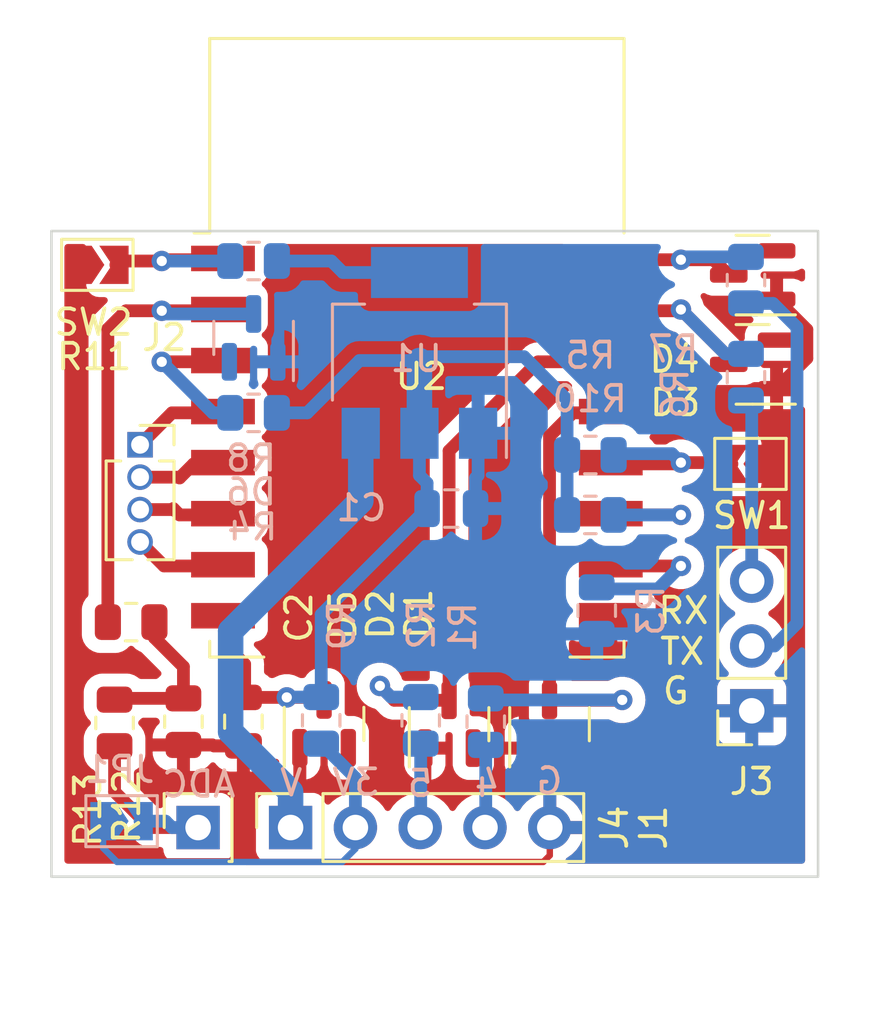
<source format=kicad_pcb>
(kicad_pcb (version 20211014) (generator pcbnew)
  (layers (0 "F.Cu" signal) (31 "B.Cu" signal) (34 "B.Paste" user) (35 "F.Paste" user) (36 "B.SilkS" user "B.Silkscreen") (37 "F.SilkS" user "F.Silkscreen") (38 "B.Mask" user) (39 "F.Mask" user) (44 "Edge.Cuts" user))
  (net 0 "")
  (net 1 "GND")
  (net 3 "SWCLK")
  (net 5 "SWDIO")
  (net 7 "RX")
  (net 9 "TX")
  (net 11 "3V3")
  (net 13 "ADC")
  (net 14 "3V3_IN")
  (net 15 "SWDIO_IN")
  (net 16 "SWCLK_IN")
  (net 17 "RX_IN")
  (net 18 "TX_IN")
  (net 19 "ADC_IN")
  (net 20 "GPIO15")
  (net 21 "ENABLE")
  (net 22 "GPIO0")
  (net 23 "RESET")
  (net 24 "GPIO2")
  (net 25 "VIN")
  (net 26 "GPIO16")
  (net 27 "GPIO14")
  (net 28 "GPIO12")
  (net 29 "GPIO13")
  (net 30 "Net-(R11-Pad2)")
  (footprint "Package_TO_SOT_SMD:SOT-23" (layer "F.Cu") (at 80.3625 28.95 180)
    (fp_text reference "D4" (at 3.0625 -3.3) (layer "F.SilkS"))
    (fp_text value "BZX84Cxx")
    (fp_line (start 0 1.56) (end -0.65 1.56) (layer "F.SilkS") (width 0.12))
    (fp_line (start 0 1.56) (end 0.65 1.56) (layer "F.SilkS") (width 0.12))
    (fp_line (start 0 -1.56) (end 0.65 -1.56) (layer "F.SilkS") (width 0.12))
    (fp_line (start 0 -1.56) (end -1.675 -1.56) (layer "F.SilkS") (width 0.12))
    (pad "1" smd roundrect (at -0.9375 -0.95 180) (size 1.475 0.6) (layers "F.Cu" "F.Paste" "F.Mask") (net 1 "GND"))
    (pad "2" smd roundrect (at -0.9375 0.95 180) (size 1.475 0.6) (layers "F.Cu" "F.Paste" "F.Mask"))
    (pad "3" smd roundrect (at 0.9375 0 180) (size 1.475 0.6) (layers "F.Cu" "F.Paste" "F.Mask") (net 9 "TX"))
  )
  (footprint "Jumper:SolderJumper-2_P1.3mm_Open_TrianglePad1.0x1.5mm" (layer "F.Cu") (at 80.275 36.35 180)
    (fp_text reference "SW1" (at -0.05 -2.025) (layer "F.SilkS"))
    (fp_text value "SW_DOWNLOAD")
    (fp_line (start 1.4 1) (end -1.4 1) (layer "F.SilkS") (width 0.12))
    (fp_line (start -1.4 -1) (end 1.4 -1) (layer "F.SilkS") (width 0.12))
    (fp_line (start -1.4 1) (end -1.4 -1) (layer "F.SilkS") (width 0.12))
    (fp_line (start 1.4 -1) (end 1.4 1) (layer "F.SilkS") (width 0.12))
    (pad "1" smd custom (at -0.725 0 180) (size 0.3 0.3) (layers "F.Cu" "F.Mask") (net 1 "GND") (options (clearance outline) (anchor rect)) (primitives (gr_poly (pts (xy 1 0) (xy 0.5 0.75) (xy -0.5 0.75) (xy -0.5 -0.75) (xy 0.5 -0.75)) (width 0) (fill yes))))
    (pad "2" smd custom (at 0.725 0 180) (size 0.3 0.3) (layers "F.Cu" "F.Mask") (net 22 "GPIO0") (options (clearance outline) (anchor rect)) (primitives (gr_poly (pts (xy 0.5 0.75) (xy -0.65 0.75) (xy -0.15 0) (xy -0.65 -0.75) (xy 0.5 -0.75)) (width 0) (fill yes))))
  )
  (footprint "Connector_PinSocket_1.27mm:PinSocket_1x04_P1.27mm_Vertical" (layer "F.Cu") (at 56.35 35.6)
    (fp_text reference "J2" (at 0.95 -4.2) (layer "F.SilkS"))
    (fp_text value "Conn_EXTRA")
    (fp_line (start 0 -0.76) (end 1.33 -0.76) (layer "F.SilkS") (width 0.12))
    (fp_line (start 1.33 -0.76) (end 1.33 0) (layer "F.SilkS") (width 0.12))
    (fp_line (start -1.33 0.635) (end -0.76 0.635) (layer "F.SilkS") (width 0.12))
    (fp_line (start 1.33 0.635) (end 1.33 4.505) (layer "F.SilkS") (width 0.12))
    (fp_line (start 0.76 0.635) (end 1.33 0.635) (layer "F.SilkS") (width 0.12))
    (fp_line (start -1.33 0.635) (end -1.33 4.505) (layer "F.SilkS") (width 0.12))
    (fp_line (start -1.33 4.505) (end -0.30753 4.505) (layer "F.SilkS") (width 0.12))
    (fp_line (start 0.30753 4.505) (end 1.33 4.505) (layer "F.SilkS") (width 0.12))
    (pad "1" thru_hole rect (at 0 0) (size 1 1) (drill 0.7) (layers *.Cu *.Mask) (net 26 "GPIO16"))
    (pad "2" thru_hole oval (at 0 1.27) (size 1 1) (drill 0.7) (layers *.Cu *.Mask) (net 27 "GPIO14"))
    (pad "3" thru_hole oval (at 0 2.54) (size 1 1) (drill 0.7) (layers *.Cu *.Mask) (net 28 "GPIO12"))
    (pad "4" thru_hole oval (at 0 3.81) (size 1 1) (drill 0.7) (layers *.Cu *.Mask) (net 29 "GPIO13"))
  )
  (footprint "Package_TO_SOT_SMD:SOT-23" (layer "F.Cu") (at 80.3625 32.45 180)
    (fp_text reference "D3" (at 3.0375 -1.5) (layer "F.SilkS"))
    (fp_text value "BZX84Cxx")
    (fp_line (start 0 -1.56) (end -1.675 -1.56) (layer "F.SilkS") (width 0.12))
    (fp_line (start 0 -1.56) (end 0.65 -1.56) (layer "F.SilkS") (width 0.12))
    (fp_line (start 0 1.56) (end 0.65 1.56) (layer "F.SilkS") (width 0.12))
    (fp_line (start 0 1.56) (end -0.65 1.56) (layer "F.SilkS") (width 0.12))
    (pad "1" smd roundrect (at -0.9375 -0.95 180) (size 1.475 0.6) (layers "F.Cu" "F.Paste" "F.Mask") (net 1 "GND"))
    (pad "2" smd roundrect (at -0.9375 0.95 180) (size 1.475 0.6) (layers "F.Cu" "F.Paste" "F.Mask"))
    (pad "3" smd roundrect (at 0.9375 0 180) (size 1.475 0.6) (layers "F.Cu" "F.Paste" "F.Mask") (net 7 "RX"))
  )
  (footprint "Package_TO_SOT_SMD:SOT-23" (layer "F.Cu") (at 63.5625 46.5375 90)
    (fp_text reference "D5" (at 4.2625 0.7375 90) (layer "F.SilkS"))
    (fp_text value "BZX84Cxx")
    (fp_line (start 0 -1.56) (end -1.675 -1.56) (layer "F.SilkS") (width 0.12))
    (fp_line (start 0 -1.56) (end 0.65 -1.56) (layer "F.SilkS") (width 0.12))
    (fp_line (start 0 1.56) (end -0.65 1.56) (layer "F.SilkS") (width 0.12))
    (fp_line (start 0 1.56) (end 0.65 1.56) (layer "F.SilkS") (width 0.12))
    (pad "1" smd roundrect (at -0.9375 -0.95 90) (size 1.475 0.6) (layers "F.Cu" "F.Paste" "F.Mask") (net 1 "GND"))
    (pad "2" smd roundrect (at -0.9375 0.95 90) (size 1.475 0.6) (layers "F.Cu" "F.Paste" "F.Mask"))
    (pad "3" smd roundrect (at 0.9375 0 90) (size 1.475 0.6) (layers "F.Cu" "F.Paste" "F.Mask") (net 11 "3V3"))
  )
  (footprint "Jumper:SolderJumper-2_P1.3mm_Open_TrianglePad1.0x1.5mm" (layer "F.Cu") (at 54.675 28.55)
    (fp_text reference "SW2" (at -0.15 2.25) (layer "F.SilkS"))
    (fp_text value "SW_RESET")
    (fp_line (start -1.4 1) (end -1.4 -1) (layer "F.SilkS") (width 0.12))
    (fp_line (start 1.4 -1) (end 1.4 1) (layer "F.SilkS") (width 0.12))
    (fp_line (start -1.4 -1) (end 1.4 -1) (layer "F.SilkS") (width 0.12))
    (fp_line (start 1.4 1) (end -1.4 1) (layer "F.SilkS") (width 0.12))
    (pad "1" smd custom (at -0.725 0) (size 0.3 0.3) (layers "F.Cu" "F.Mask") (net 1 "GND") (options (clearance outline) (anchor rect)) (primitives (gr_poly (pts (xy 1 0) (xy 0.5 0.75) (xy -0.5 0.75) (xy -0.5 -0.75) (xy 0.5 -0.75)) (width 0) (fill yes))))
    (pad "2" smd custom (at 0.725 0) (size 0.3 0.3) (layers "F.Cu" "F.Mask") (net 23 "RESET") (options (clearance outline) (anchor rect)) (primitives (gr_poly (pts (xy 0.5 0.75) (xy -0.65 0.75) (xy -0.15 0) (xy -0.65 -0.75) (xy 0.5 -0.75)) (width 0) (fill yes))))
  )
  (footprint "Connector_PinSocket_2.54mm:PinSocket_1x05_P2.54mm_Vertical" (layer "F.Cu") (at 62.25 50.6 90)
    (fp_text reference "J1" (at 0 14.225 90) (layer "F.SilkS"))
    (fp_text value "Conn_SWD")
    (fp_line (start 1.33 1.27) (end 1.33 11.49) (layer "F.SilkS") (width 0.12))
    (fp_line (start 0 -1.33) (end 1.33 -1.33) (layer "F.SilkS") (width 0.12))
    (fp_line (start -1.33 11.49) (end 1.33 11.49) (layer "F.SilkS") (width 0.12))
    (fp_line (start 1.33 -1.33) (end 1.33 0) (layer "F.SilkS") (width 0.12))
    (fp_line (start -1.33 1.27) (end -1.33 11.49) (layer "F.SilkS") (width 0.12))
    (fp_line (start -1.33 1.27) (end 1.33 1.27) (layer "F.SilkS") (width 0.12))
    (pad "1" thru_hole rect (at 0 0 90) (size 1.7 1.7) (drill 1) (layers *.Cu *.Mask) (net 25 "VIN"))
    (pad "2" thru_hole oval (at 0 2.54 90) (size 1.7 1.7) (drill 1) (layers *.Cu *.Mask) (net 14 "3V3_IN"))
    (pad "3" thru_hole oval (at 0 5.08 90) (size 1.7 1.7) (drill 1) (layers *.Cu *.Mask) (net 15 "SWDIO_IN"))
    (pad "4" thru_hole oval (at 0 7.62 90) (size 1.7 1.7) (drill 1) (layers *.Cu *.Mask) (net 16 "SWCLK_IN"))
    (pad "5" thru_hole oval (at 0 10.16 90) (size 1.7 1.7) (drill 1) (layers *.Cu *.Mask) (net 1 "GND"))
  )
  (footprint "Resistor_SMD:R_0805_2012Metric" (layer "F.Cu") (at 58.05 46.45 90)
    (fp_text reference "R12" (at -3.325 -2.225 90) (layer "F.SilkS"))
    (fp_text value "20k")
    (fp_line (start -0.227064 0.735) (end 0.227064 0.735) (layer "F.SilkS") (width 0.12))
    (fp_line (start -0.227064 -0.735) (end 0.227064 -0.735) (layer "F.SilkS") (width 0.12))
    (pad "1" smd roundrect (at -0.9125 0 90) (size 1.025 1.4) (layers "F.Cu" "F.Paste" "F.Mask") (roundrect_rratio 0.243902439) (net 1 "GND"))
    (pad "2" smd roundrect (at 0.9125 0 90) (size 1.025 1.4) (layers "F.Cu" "F.Paste" "F.Mask") (roundrect_rratio 0.243902439) (net 30 "Net-(R11-Pad2)"))
  )
  (footprint "Connector_PinSocket_2.54mm:PinSocket_1x03_P2.54mm_Vertical" (layer "F.Cu") (at 80.325 46.025 180)
    (fp_text reference "J3" (at 0 -2.77) (layer "F.SilkS"))
    (fp_text value "Conn_UART")
    (fp_line (start -1.33 1.27) (end 1.33 1.27) (layer "F.SilkS") (width 0.12))
    (fp_line (start -1.33 6.41) (end 1.33 6.41) (layer "F.SilkS") (width 0.12))
    (fp_line (start 1.33 1.27) (end 1.33 6.41) (layer "F.SilkS") (width 0.12))
    (fp_line (start 0 -1.33) (end 1.33 -1.33) (layer "F.SilkS") (width 0.12))
    (fp_line (start -1.33 1.27) (end -1.33 6.41) (layer "F.SilkS") (width 0.12))
    (fp_line (start 1.33 -1.33) (end 1.33 0) (layer "F.SilkS") (width 0.12))
    (pad "1" thru_hole rect (at 0 0 180) (size 1.7 1.7) (drill 1) (layers *.Cu *.Mask) (net 1 "GND"))
    (pad "2" thru_hole oval (at 0 2.54 180) (size 1.7 1.7) (drill 1) (layers *.Cu *.Mask) (net 18 "TX_IN"))
    (pad "3" thru_hole oval (at 0 5.08 180) (size 1.7 1.7) (drill 1) (layers *.Cu *.Mask) (net 17 "RX_IN"))
  )
  (footprint "Package_TO_SOT_SMD:SOT-23" (layer "F.Cu") (at 68.4625 46.55 90)
    (fp_text reference "D2" (at 4.3 -2.6875 90) (layer "F.SilkS"))
    (fp_text value "BZX84Cxx")
    (fp_line (start 0 1.56) (end -0.65 1.56) (layer "F.SilkS") (width 0.12))
    (fp_line (start 0 1.56) (end 0.65 1.56) (layer "F.SilkS") (width 0.12))
    (fp_line (start 0 -1.56) (end 0.65 -1.56) (layer "F.SilkS") (width 0.12))
    (fp_line (start 0 -1.56) (end -1.675 -1.56) (layer "F.SilkS") (width 0.12))
    (pad "1" smd roundrect (at -0.9375 -0.95 90) (size 1.475 0.6) (layers "F.Cu" "F.Paste" "F.Mask") (net 1 "GND"))
    (pad "2" smd roundrect (at -0.9375 0.95 90) (size 1.475 0.6) (layers "F.Cu" "F.Paste" "F.Mask"))
    (pad "3" smd roundrect (at 0.9375 0 90) (size 1.475 0.6) (layers "F.Cu" "F.Paste" "F.Mask") (net 5 "SWDIO"))
  )
  (footprint "Connector_PinSocket_2.54mm:PinSocket_1x01_P2.54mm_Vertical" (layer "F.Cu") (at 58.625 50.6 90)
    (fp_text reference "J4" (at 0 16.325 90) (layer "F.SilkS"))
    (fp_text value "Conn_01x01_Female")
    (fp_line (start 0 -1.33) (end 1.33 -1.33) (layer "F.SilkS") (width 0.12))
    (fp_line (start -1.33 1.21) (end -1.33 1.33) (layer "F.SilkS") (width 0.12))
    (fp_line (start 1.33 -1.33) (end 1.33 0) (layer "F.SilkS") (width 0.12))
    (fp_line (start -1.33 1.33) (end 1.33 1.33) (layer "F.SilkS") (width 0.12))
    (fp_line (start 1.33 1.21) (end 1.33 1.33) (layer "F.SilkS") (width 0.12))
    (pad "1" thru_hole rect (at 0 0 90) (size 1.7 1.7) (drill 1) (layers *.Cu *.Mask) (net 19 "ADC_IN"))
  )
  (footprint "Resistor_SMD:R_0805_2012Metric" (layer "F.Cu") (at 55.35 46.5 90)
    (fp_text reference "R13" (at -3.4 -1.05 90) (layer "F.SilkS"))
    (fp_text value "100k")
    (fp_line (start -0.227064 0.735) (end 0.227064 0.735) (layer "F.SilkS") (width 0.12))
    (fp_line (start -0.227064 -0.735) (end 0.227064 -0.735) (layer "F.SilkS") (width 0.12))
    (pad "1" smd roundrect (at -0.9125 0 90) (size 1.025 1.4) (layers "F.Cu" "F.Paste" "F.Mask") (roundrect_rratio 0.243902439) (net 19 "ADC_IN"))
    (pad "2" smd roundrect (at 0.9125 0 90) (size 1.025 1.4) (layers "F.Cu" "F.Paste" "F.Mask") (roundrect_rratio 0.243902439) (net 30 "Net-(R11-Pad2)"))
  )
  (footprint "Package_TO_SOT_SMD:SOT-23" (layer "F.Cu") (at 72.4 46.55 90)
    (fp_text reference "D1" (at 4.325 -5.125 90) (layer "F.SilkS"))
    (fp_text value "BZX84Cxx")
    (fp_line (start 0 1.56) (end -0.65 1.56) (layer "F.SilkS") (width 0.12))
    (fp_line (start 0 1.56) (end 0.65 1.56) (layer "F.SilkS") (width 0.12))
    (fp_line (start 0 -1.56) (end 0.65 -1.56) (layer "F.SilkS") (width 0.12))
    (fp_line (start 0 -1.56) (end -1.675 -1.56) (layer "F.SilkS") (width 0.12))
    (pad "1" smd roundrect (at -0.9375 -0.95 90) (size 1.475 0.6) (layers "F.Cu" "F.Paste" "F.Mask") (net 1 "GND"))
    (pad "2" smd roundrect (at -0.9375 0.95 90) (size 1.475 0.6) (layers "F.Cu" "F.Paste" "F.Mask"))
    (pad "3" smd roundrect (at 0.9375 0 90) (size 1.475 0.6) (layers "F.Cu" "F.Paste" "F.Mask") (net 3 "SWCLK"))
  )
  (footprint "RF_Module:ESP-12E" (layer "F.Cu") (at 67.2 31.8)
    (fp_text reference "U2" (at 0.175 1.125) (layer "F.SilkS"))
    (fp_text value "ESP-07")
    (fp_line (start 8.12 12.12) (end 6 12.12) (layer "F.SilkS") (width 0.12))
    (fp_line (start -6 12.12) (end -8.12 12.12) (layer "F.SilkS") (width 0.12))
    (fp_line (start -8.12 -4.5) (end -8.73 -4.5) (layer "F.SilkS") (width 0.12))
    (fp_line (start 8.12 11.5) (end 8.12 12.12) (layer "F.SilkS") (width 0.12))
    (fp_line (start -8.12 12.12) (end -8.12 11.5) (layer "F.SilkS") (width 0.12))
    (fp_line (start -8.12 -12.12) (end 8.12 -12.12) (layer "F.SilkS") (width 0.12))
    (fp_line (start -8.12 -4.5) (end -8.12 -12.12) (layer "F.SilkS") (width 0.12))
    (fp_line (start 8.12 -12.12) (end 8.12 -4.5) (layer "F.SilkS") (width 0.12))
    (pad "1" smd rect (at -7.6 -3.5) (size 2.5 1) (layers "F.Cu" "F.Paste" "F.Mask") (net 23 "RESET"))
    (pad "2" smd rect (at -7.6 -1.5) (size 2.5 1) (layers "F.Cu" "F.Paste" "F.Mask") (net 13 "ADC"))
    (pad "3" smd rect (at -7.6 0.5) (size 2.5 1) (layers "F.Cu" "F.Paste" "F.Mask") (net 21 "ENABLE"))
    (pad "4" smd rect (at -7.6 2.5) (size 2.5 1) (layers "F.Cu" "F.Paste" "F.Mask") (net 26 "GPIO16"))
    (pad "5" smd rect (at -7.6 4.5) (size 2.5 1) (layers "F.Cu" "F.Paste" "F.Mask") (net 27 "GPIO14"))
    (pad "6" smd rect (at -7.6 6.5) (size 2.5 1) (layers "F.Cu" "F.Paste" "F.Mask") (net 28 "GPIO12"))
    (pad "7" smd rect (at -7.6 8.5) (size 2.5 1) (layers "F.Cu" "F.Paste" "F.Mask") (net 29 "GPIO13"))
    (pad "8" smd rect (at -7.6 10.5) (size 2.5 1) (layers "F.Cu" "F.Paste" "F.Mask") (net 11 "3V3"))
    (pad "15" smd rect (at 7.6 10.5) (size 2.5 1) (layers "F.Cu" "F.Paste" "F.Mask") (net 1 "GND"))
    (pad "16" smd rect (at 7.6 8.5) (size 2.5 1) (layers "F.Cu" "F.Paste" "F.Mask") (net 20 "GPIO15"))
    (pad "17" smd rect (at 7.6 6.5) (size 2.5 1) (layers "F.Cu" "F.Paste" "F.Mask") (net 24 "GPIO2"))
    (pad "18" smd rect (at 7.6 4.5) (size 2.5 1) (layers "F.Cu" "F.Paste" "F.Mask") (net 22 "GPIO0"))
    (pad "19" smd rect (at 7.6 2.5) (size 2.5 1) (layers "F.Cu" "F.Paste" "F.Mask") (net 3 "SWCLK"))
    (pad "20" smd rect (at 7.6 0.5) (size 2.5 1) (layers "F.Cu" "F.Paste" "F.Mask") (net 5 "SWDIO"))
    (pad "21" smd rect (at 7.6 -1.5) (size 2.5 1) (layers "F.Cu" "F.Paste" "F.Mask") (net 7 "RX"))
    (pad "22" smd rect (at 7.6 -3.5) (size 2.5 1) (layers "F.Cu" "F.Paste" "F.Mask") (net 9 "TX"))
    (zone (net 0) (net_name "") (layers *.Cu) (connect_pads (clearance 0)) (min_thickness 0.254)
      (keepout (tracks not_allowed) (vias not_allowed) (pads not_allowed) (copperpour not_allowed) (footprints not_allowed))
      (fill (thermal_gap 0.508) (thermal_bridge_width 0.508))
      (polygon (pts (xy 59.08 27) (xy 75.32 27) (xy 75.32 19.68) (xy 59.08 19.68)))
    )
  )
  (footprint "Resistor_SMD:R_0805_2012Metric" (layer "F.Cu") (at 56 42.55)
    (fp_text reference "R11" (at -1.45 -10.4) (layer "F.SilkS"))
    (fp_text value "100R")
    (fp_line (start -0.227064 -0.735) (end 0.227064 -0.735) (layer "F.SilkS") (width 0.12))
    (fp_line (start -0.227064 0.735) (end 0.227064 0.735) (layer "F.SilkS") (width 0.12))
    (pad "1" smd roundrect (at -0.9125 0) (size 1.025 1.4) (layers "F.Cu" "F.Paste" "F.Mask") (roundrect_rratio 0.243902439) (net 13 "ADC"))
    (pad "2" smd roundrect (at 0.9125 0) (size 1.025 1.4) (layers "F.Cu" "F.Paste" "F.Mask") (roundrect_rratio 0.243902439) (net 30 "Net-(R11-Pad2)"))
  )
  (footprint "Capacitor_SMD:C_0805_2012Metric" (layer "F.Cu") (at 60.4 46.45 -90)
    (fp_text reference "C2" (at -4.075 -2.175 90) (layer "F.SilkS"))
    (fp_text value "C104")
    (fp_line (start -0.261252 -0.735) (end 0.261252 -0.735) (layer "F.SilkS") (width 0.12))
    (fp_line (start -0.261252 0.735) (end 0.261252 0.735) (layer "F.SilkS") (width 0.12))
    (pad "1" smd roundrect (at -0.95 0 270) (size 1 1.45) (layers "F.Cu" "F.Paste" "F.Mask") (net 11 "3V3"))
    (pad "2" smd roundrect (at 0.95 0 270) (size 1 1.45) (layers "F.Cu" "F.Paste" "F.Mask") (net 1 "GND"))
  )
  (footprint "Resistor_SMD:R_0805_2012Metric" (layer "B.Cu") (at 67.35 46.4 -90)
    (fp_text reference "R2" (at -3.75 -0.025 90) (layer "B.SilkS") (effects (justify mirror)))
    (fp_text value "100R")
    (fp_line (start -0.227064 -0.735) (end 0.227064 -0.735) (layer "B.SilkS") (width 0.12))
    (fp_line (start -0.227064 0.735) (end 0.227064 0.735) (layer "B.SilkS") (width 0.12))
    (pad "1" smd roundrect (at -0.9125 0 270) (size 1.025 1.4) (layers "B.Cu" "B.Paste" "B.Mask") (roundrect_rratio 0.243902439) (net 5 "SWDIO"))
    (pad "2" smd roundrect (at 0.9125 0 270) (size 1.025 1.4) (layers "B.Cu" "B.Paste" "B.Mask") (roundrect_rratio 0.243902439) (net 15 "SWDIO_IN"))
  )
  (footprint "Resistor_SMD:R_0805_2012Metric" (layer "B.Cu") (at 63.45 46.4 -90)
    (fp_text reference "R9" (at -3.725 -0.8 90) (layer "B.SilkS") (effects (justify mirror)))
    (fp_text value "0.5R")
    (fp_line (start -0.227064 0.735) (end 0.227064 0.735) (layer "B.SilkS") (width 0.12))
    (fp_line (start -0.227064 -0.735) (end 0.227064 -0.735) (layer "B.SilkS") (width 0.12))
    (pad "1" smd roundrect (at -0.9125 0 270) (size 1.025 1.4) (layers "B.Cu" "B.Paste" "B.Mask") (roundrect_rratio 0.243902439) (net 11 "3V3"))
    (pad "2" smd roundrect (at 0.9125 0 270) (size 1.025 1.4) (layers "B.Cu" "B.Paste" "B.Mask") (roundrect_rratio 0.243902439) (net 14 "3V3_IN"))
  )
  (footprint "Resistor_SMD:R_0805_2012Metric" (layer "B.Cu") (at 60.8 28.4 180)
    (fp_text reference "R8" (at 0.1 -7.725) (layer "B.SilkS") (effects (justify mirror)))
    (fp_text value "10K")
    (fp_line (start -0.227064 0.735) (end 0.227064 0.735) (layer "B.SilkS") (width 0.12))
    (fp_line (start -0.227064 -0.735) (end 0.227064 -0.735) (layer "B.SilkS") (width 0.12))
    (pad "1" smd roundrect (at -0.9125 0 180) (size 1.025 1.4) (layers "B.Cu" "B.Paste" "B.Mask") (roundrect_rratio 0.243902439) (net 11 "3V3"))
    (pad "2" smd roundrect (at 0.9125 0 180) (size 1.025 1.4) (layers "B.Cu" "B.Paste" "B.Mask") (roundrect_rratio 0.243902439) (net 23 "RESET"))
  )
  (footprint "Jumper:SolderJumper-2_P1.3mm_Open_TrianglePad1.0x1.5mm" (layer "B.Cu") (at 55.625 50.35)
    (fp_text reference "JP1" (at -0.075 -2.025) (layer "B.SilkS") (effects (justify mirror)))
    (fp_text value "Jumper_TV")
    (fp_line (start -1.4 1) (end 1.4 1) (layer "B.SilkS") (width 0.12))
    (fp_line (start 1.4 -1) (end -1.4 -1) (layer "B.SilkS") (width 0.12))
    (fp_line (start 1.4 1) (end 1.4 -1) (layer "B.SilkS") (width 0.12))
    (fp_line (start -1.4 -1) (end -1.4 1) (layer "B.SilkS") (width 0.12))
    (pad "1" smd custom (at -0.725 0) (size 0.3 0.3) (layers "B.Cu" "B.Mask") (net 14 "3V3_IN") (options (clearance outline) (anchor rect)) (primitives (gr_poly (pts (xy 1 0) (xy 0.5 -0.75) (xy -0.5 -0.75) (xy -0.5 0.75) (xy 0.5 0.75)) (width 0) (fill yes))))
    (pad "2" smd custom (at 0.725 0) (size 0.3 0.3) (layers "B.Cu" "B.Mask") (net 19 "ADC_IN") (options (clearance outline) (anchor rect)) (primitives (gr_poly (pts (xy 0.5 -0.75) (xy -0.65 -0.75) (xy -0.15 0) (xy -0.65 0.75) (xy 0.5 0.75)) (width 0) (fill yes))))
  )
  (footprint "Resistor_SMD:R_0805_2012Metric" (layer "B.Cu") (at 74.25 42.1 -90)
    (fp_text reference "R3" (at 0 -2.125 90) (layer "B.SilkS") (effects (justify mirror)))
    (fp_text value "10K")
    (fp_line (start -0.227064 0.735) (end 0.227064 0.735) (layer "B.SilkS") (width 0.12))
    (fp_line (start -0.227064 -0.735) (end 0.227064 -0.735) (layer "B.SilkS") (width 0.12))
    (pad "1" smd roundrect (at -0.9125 0 270) (size 1.025 1.4) (layers "B.Cu" "B.Paste" "B.Mask") (roundrect_rratio 0.243902439) (net 20 "GPIO15"))
    (pad "2" smd roundrect (at 0.9125 0 270) (size 1.025 1.4) (layers "B.Cu" "B.Paste" "B.Mask") (roundrect_rratio 0.243902439) (net 1 "GND"))
  )
  (footprint "Resistor_SMD:R_0805_2012Metric" (layer "B.Cu") (at 80.1 32.95 -90)
    (fp_text reference "R6" (at 0.65 2.775 90) (layer "B.SilkS") (effects (justify mirror)))
    (fp_text value "100R")
    (fp_line (start -0.227064 -0.735) (end 0.227064 -0.735) (layer "B.SilkS") (width 0.12))
    (fp_line (start -0.227064 0.735) (end 0.227064 0.735) (layer "B.SilkS") (width 0.12))
    (pad "1" smd roundrect (at -0.9125 0 270) (size 1.025 1.4) (layers "B.Cu" "B.Paste" "B.Mask") (roundrect_rratio 0.243902439) (net 7 "RX"))
    (pad "2" smd roundrect (at 0.9125 0 270) (size 1.025 1.4) (layers "B.Cu" "B.Paste" "B.Mask") (roundrect_rratio 0.243902439) (net 17 "RX_IN"))
  )
  (footprint "Resistor_SMD:R_0805_2012Metric" (layer "B.Cu") (at 69.9 46.45 -90)
    (fp_text reference "R1" (at -3.7 0.9 90) (layer "B.SilkS") (effects (justify mirror)))
    (fp_text value "100R")
    (fp_line (start -0.227064 0.735) (end 0.227064 0.735) (layer "B.SilkS") (width 0.12))
    (fp_line (start -0.227064 -0.735) (end 0.227064 -0.735) (layer "B.SilkS") (width 0.12))
    (pad "1" smd roundrect (at -0.9125 0 270) (size 1.025 1.4) (layers "B.Cu" "B.Paste" "B.Mask") (roundrect_rratio 0.243902439) (net 3 "SWCLK"))
    (pad "2" smd roundrect (at 0.9125 0 270) (size 1.025 1.4) (layers "B.Cu" "B.Paste" "B.Mask") (roundrect_rratio 0.243902439) (net 16 "SWCLK_IN"))
  )
  (footprint "Package_TO_SOT_SMD:SOT-23" (layer "B.Cu") (at 60.8 31.4125 90)
    (fp_text reference "D6" (at -6.0375 -0.1 180) (layer "B.SilkS") (effects (justify mirror)))
    (fp_text value "BZX84Cxx")
    (fp_line (start 0 -1.56) (end 0.65 -1.56) (layer "B.SilkS") (width 0.12))
    (fp_line (start 0 -1.56) (end -0.65 -1.56) (layer "B.SilkS") (width 0.12))
    (fp_line (start 0 1.56) (end -1.675 1.56) (layer "B.SilkS") (width 0.12))
    (fp_line (start 0 1.56) (end 0.65 1.56) (layer "B.SilkS") (width 0.12))
    (pad "1" smd roundrect (at -0.9375 0.95 90) (size 1.475 0.6) (layers "B.Cu" "B.Paste" "B.Mask") (net 1 "GND"))
    (pad "2" smd roundrect (at -0.9375 -0.95 90) (size 1.475 0.6) (layers "B.Cu" "B.Paste" "B.Mask"))
    (pad "3" smd roundrect (at 0.9375 0 90) (size 1.475 0.6) (layers "B.Cu" "B.Paste" "B.Mask") (net 13 "ADC"))
  )
  (footprint "Capacitor_SMD:C_0805_2012Metric" (layer "B.Cu") (at 68.55 38.1)
    (fp_text reference "C1" (at -3.525 -0.025) (layer "B.SilkS") (effects (justify mirror)))
    (fp_text value "10u")
    (fp_line (start -0.261252 -0.735) (end 0.261252 -0.735) (layer "B.SilkS") (width 0.12))
    (fp_line (start -0.261252 0.735) (end 0.261252 0.735) (layer "B.SilkS") (width 0.12))
    (pad "1" smd roundrect (at -0.95 0) (size 1 1.45) (layers "B.Cu" "B.Paste" "B.Mask") (net 11 "3V3"))
    (pad "2" smd roundrect (at 0.95 0) (size 1 1.45) (layers "B.Cu" "B.Paste" "B.Mask") (net 1 "GND"))
  )
  (footprint "Resistor_SMD:R_0805_2012Metric" (layer "B.Cu") (at 74 38.35)
    (fp_text reference "R10" (at -0.025 -4.55) (layer "B.SilkS") (effects (justify mirror)))
    (fp_text value "10K")
    (fp_line (start -0.227064 -0.735) (end 0.227064 -0.735) (layer "B.SilkS") (width 0.12))
    (fp_line (start -0.227064 0.735) (end 0.227064 0.735) (layer "B.SilkS") (width 0.12))
    (pad "1" smd roundrect (at -0.9125 0) (size 1.025 1.4) (layers "B.Cu" "B.Paste" "B.Mask") (roundrect_rratio 0.243902439) (net 11 "3V3"))
    (pad "2" smd roundrect (at 0.9125 0) (size 1.025 1.4) (layers "B.Cu" "B.Paste" "B.Mask") (roundrect_rratio 0.243902439) (net 24 "GPIO2"))
  )
  (footprint "Resistor_SMD:R_0805_2012Metric" (layer "B.Cu") (at 74 36)
    (fp_text reference "R5" (at 0 -3.9) (layer "B.SilkS") (effects (justify mirror)))
    (fp_text value "10K")
    (fp_line (start -0.227064 0.735) (end 0.227064 0.735) (layer "B.SilkS") (width 0.12))
    (fp_line (start -0.227064 -0.735) (end 0.227064 -0.735) (layer "B.SilkS") (width 0.12))
    (pad "1" smd roundrect (at -0.9125 0) (size 1.025 1.4) (layers "B.Cu" "B.Paste" "B.Mask") (roundrect_rratio 0.243902439) (net 11 "3V3"))
    (pad "2" smd roundrect (at 0.9125 0) (size 1.025 1.4) (layers "B.Cu" "B.Paste" "B.Mask") (roundrect_rratio 0.243902439) (net 22 "GPIO0"))
  )
  (footprint "Resistor_SMD:R_0805_2012Metric" (layer "B.Cu") (at 60.8 34.35 180)
    (fp_text reference "R4" (at 0.05 -4.475) (layer "B.SilkS") (effects (justify mirror)))
    (fp_text value "10K")
    (fp_line (start -0.227064 -0.735) (end 0.227064 -0.735) (layer "B.SilkS") (width 0.12))
    (fp_line (start -0.227064 0.735) (end 0.227064 0.735) (layer "B.SilkS") (width 0.12))
    (pad "1" smd roundrect (at -0.9125 0 180) (size 1.025 1.4) (layers "B.Cu" "B.Paste" "B.Mask") (roundrect_rratio 0.243902439) (net 11 "3V3"))
    (pad "2" smd roundrect (at 0.9125 0 180) (size 1.025 1.4) (layers "B.Cu" "B.Paste" "B.Mask") (roundrect_rratio 0.243902439) (net 21 "ENABLE"))
  )
  (footprint "Package_TO_SOT_SMD:SOT-223-3_TabPin2" (layer "B.Cu") (at 67.3 32 90)
    (fp_text reference "U1" (at -0.225 -0.125) (layer "B.SilkS") (effects (justify mirror)))
    (fp_text value "AMS1117")
    (fp_line (start 1.91 -3.41) (end 1.91 -2.15) (layer "B.SilkS") (width 0.12))
    (fp_line (start -4.1 3.41) (end 1.91 3.41) (layer "B.SilkS") (width 0.12))
    (fp_line (start -1.85 -3.41) (end 1.91 -3.41) (layer "B.SilkS") (width 0.12))
    (fp_line (start 1.91 3.41) (end 1.91 2.15) (layer "B.SilkS") (width 0.12))
    (pad "1" smd rect (at -3.15 2.3 90) (size 2 1.5) (layers "B.Cu" "B.Paste" "B.Mask") (net 1 "GND"))
    (pad "2" smd rect (at 3.15 0 90) (size 2 3.8) (layers "B.Cu" "B.Paste" "B.Mask") (net 11 "3V3"))
    (pad "2" smd rect (at -3.15 0 90) (size 2 1.5) (layers "B.Cu" "B.Paste" "B.Mask") (net 11 "3V3"))
    (pad "3" smd rect (at -3.15 -2.3 90) (size 2 1.5) (layers "B.Cu" "B.Paste" "B.Mask") (net 25 "VIN"))
  )
  (footprint "Resistor_SMD:R_0805_2012Metric" (layer "B.Cu") (at 80.1 29.15 -90)
    (fp_text reference "R7" (at 2.7 2.85 180) (layer "B.SilkS") (effects (justify mirror)))
    (fp_text value "100R")
    (fp_line (start -0.227064 0.735) (end 0.227064 0.735) (layer "B.SilkS") (width 0.12))
    (fp_line (start -0.227064 -0.735) (end 0.227064 -0.735) (layer "B.SilkS") (width 0.12))
    (pad "1" smd roundrect (at -0.9125 0 270) (size 1.025 1.4) (layers "B.Cu" "B.Paste" "B.Mask") (roundrect_rratio 0.243902439) (net 9 "TX"))
    (pad "2" smd roundrect (at 0.9125 0 270) (size 1.025 1.4) (layers "B.Cu" "B.Paste" "B.Mask") (roundrect_rratio 0.243902439) (net 18 "TX_IN"))
  )
  (gr_rect (start 52.875 27.225) (end 82.925 52.525) (layer "Edge.Cuts") (width 0.1) (fill none))
  (gr_text "4" (at 69.95 48.875) (layer "B.SilkS") (effects (font (size 1 1)) (justify mirror)))
  (gr_text "ADC" (at 58.65 48.9) (layer "B.SilkS") (effects (font (size 1 1)) (justify mirror)))
  (gr_text "5" (at 67.325 48.875) (layer "B.SilkS") (effects (font (size 1 1)) (justify mirror)))
  (gr_text "3V" (at 64.8 48.825) (layer "B.SilkS") (effects (font (size 1 1)) (justify mirror)))
  (gr_text "G" (at 72.4 48.775) (layer "B.SilkS") (effects (font (size 1 1)) (justify mirror)))
  (gr_text "V" (at 62.275 48.85) (layer "B.SilkS") (effects (font (size 1 1)) (justify mirror)))
  (gr_text "RX" (at 77.65 42.1) (layer "F.SilkS") (effects (font (size 1 1))))
  (gr_text "TX" (at 77.6 43.7) (layer "F.SilkS") (effects (font (size 1 1))))
  (gr_text "G\n\n" (at 77.35 46.05) (layer "F.SilkS") (effects (font (size 1 1))))
  (segment (start 81.3 29.9) (end 82.48702 31.08702) (width 0.5) (layer "F.Cu") (net 1))
  (segment (start 60.525 51.95) (end 60.5 51.925) (width 0.25) (layer "F.Cu") (net 1))
  (segment (start 72.41 50.6) (end 72.41 51.69) (width 0.25) (layer "F.Cu") (net 1))
  (segment (start 60.5 51.925) (end 55.7 51.925) (width 0.25) (layer "F.Cu") (net 1))
  (segment (start 72.41 51.69) (end 72.15 51.95) (width 0.25) (layer "F.Cu") (net 1))
  (segment (start 72.15 51.95) (end 60.525 51.95) (width 0.25) (layer "F.Cu") (net 1))
  (segment (start 53.725 49.95) (end 53.725 28.775) (width 0.25) (layer "F.Cu") (net 1))
  (segment (start 53.725 28.775) (end 53.95 28.55) (width 0.25) (layer "F.Cu") (net 1))
  (segment (start 55.7 51.925) (end 53.725 49.95) (width 0.25) (layer "F.Cu") (net 1))
  (segment (start 82.48702 31.08702) (end 82.48702 32.21298) (width 0.5) (layer "F.Cu") (net 1))
  (segment (start 82.48702 32.21298) (end 81.3 33.4) (width 0.5) (layer "F.Cu") (net 1))
  (segment (start 69.6 36.8) (end 69.6 35.15) (width 0.5) (layer "B.Cu") (net 1))
  (segment (start 69.5 36.9) (end 69.6 36.8) (width 0.5) (layer "B.Cu") (net 1))
  (segment (start 69.5 38.1) (end 69.5 36.9) (width 0.5) (layer "B.Cu") (net 1))
  (segment (start 73.3097 34.35) (end 74.9 34.35) (width 0.5) (layer "F.Cu") (net 3))
  (segment (start 75.2375 45.6125) (end 75.25 45.6) (width 0.5) (layer "F.Cu") (net 3))
  (segment (start 72.4 35.2597) (end 73.3097 34.35) (width 0.5) (layer "F.Cu") (net 3))
  (segment (start 72.4 44.5) (end 72.4 35.2597) (width 0.5) (layer "F.Cu") (net 3))
  (segment (start 72.4 45.6125) (end 75.2375 45.6125) (width 0.5) (layer "F.Cu") (net 3))
  (segment (start 72.4 45.6125) (end 72.4 44.5) (width 0.5) (layer "F.Cu") (net 3))
  (via (at 75.25 45.6) (size 0.8) (drill 0.4) (layers "F.Cu" "B.Cu") (net 3))
  (segment (start 69.9625 45.6) (end 69.9 45.5375) (width 0.5) (layer "B.Cu") (net 3))
  (segment (start 75.25 45.6) (end 69.9625 45.6) (width 0.5) (layer "B.Cu") (net 3))
  (segment (start 66.3125 45.6125) (end 65.75 45.05) (width 0.5) (layer "F.Cu") (net 5))
  (segment (start 68.4625 44.4875) (end 68.4625 45.6125) (width 0.5) (layer "F.Cu") (net 5))
  (segment (start 71.95 32.35) (end 68.4625 35.8375) (width 0.5) (layer "F.Cu") (net 5))
  (segment (start 68.4625 35.8375) (end 68.4625 44.4875) (width 0.5) (layer "F.Cu") (net 5))
  (segment (start 74.9 32.35) (end 71.95 32.35) (width 0.5) (layer "F.Cu") (net 5))
  (segment (start 68.4625 45.6125) (end 66.3125 45.6125) (width 0.5) (layer "F.Cu") (net 5))
  (via (at 65.75 45.05) (size 0.8) (drill 0.4) (layers "F.Cu" "B.Cu") (net 5))
  (segment (start 66.1875 45.4875) (end 65.75 45.05) (width 0.5) (layer "B.Cu") (net 5))
  (segment (start 67.35 45.4875) (end 66.1875 45.4875) (width 0.5) (layer "B.Cu") (net 5))
  (segment (start 79.425 32.45) (end 79.425 32.175) (width 0.5) (layer "F.Cu") (net 7))
  (segment (start 74.9 30.35) (end 77.5 30.35) (width 0.5) (layer "F.Cu") (net 7))
  (segment (start 79.425 32.175) (end 77.55 30.3) (width 0.5) (layer "F.Cu") (net 7))
  (segment (start 77.5 30.35) (end 77.55 30.3) (width 0.5) (layer "F.Cu") (net 7))
  (via (at 77.55 30.3) (size 0.8) (drill 0.4) (layers "F.Cu" "B.Cu") (net 7))
  (segment (start 80.1 32.0375) (end 79.2875 32.0375) (width 0.5) (layer "B.Cu") (net 7))
  (segment (start 79.2875 32.0375) (end 77.55 30.3) (width 0.5) (layer "B.Cu") (net 7))
  (segment (start 74.9 28.35) (end 77.55 28.35) (width 0.5) (layer "F.Cu") (net 9))
  (segment (start 78.825 28.35) (end 79.425 28.95) (width 0.5) (layer "F.Cu") (net 9))
  (segment (start 77.55 28.35) (end 78.825 28.35) (width 0.5) (layer "F.Cu") (net 9))
  (via (at 77.55 28.35) (size 0.8) (drill 0.4) (layers "F.Cu" "B.Cu") (net 9))
  (segment (start 77.6625 28.2375) (end 77.55 28.35) (width 0.5) (layer "B.Cu") (net 9))
  (segment (start 80.1 28.2375) (end 77.6625 28.2375) (width 0.5) (layer "B.Cu") (net 9))
  (segment (start 59.7 43.45) (end 60.45 44.2) (width 0.5) (layer "F.Cu") (net 11))
  (segment (start 60.45 44.2) (end 60.45 45.45) (width 0.5) (layer "F.Cu") (net 11))
  (segment (start 63.4625 45.5) (end 63.5625 45.6) (width 0.5) (layer "F.Cu") (net 11))
  (segment (start 59.7 42.35) (end 59.7 43.45) (width 0.5) (layer "F.Cu") (net 11))
  (segment (start 60.45 45.45) (end 60.4 45.5) (width 0.5) (layer "F.Cu") (net 11))
  (segment (start 60.4 45.5) (end 63.4625 45.5) (width 0.5) (layer "F.Cu") (net 11))
  (via (at 62.1 45.5) (size 0.8) (drill 0.4) (layers "F.Cu" "B.Cu") (net 11))
  (segment (start 67.3 35.15) (end 67.3 32.3) (width 1) (layer "B.Cu") (net 11))
  (segment (start 67.3 36.8) (end 67.3 35.15) (width 0.5) (layer "B.Cu") (net 11))
  (segment (start 67.6 37.1) (end 67.3 36.8) (width 0.5) (layer "B.Cu") (net 11))
  (segment (start 67.3 32.3) (end 64.95 32.3) (width 0.5) (layer "B.Cu") (net 11))
  (segment (start 73.0875 36) (end 73.0875 38.35) (width 0.5) (layer "B.Cu") (net 11))
  (segment (start 63.45 45.4875) (end 63.45 43.3) (width 0.5) (layer "B.Cu") (net 11))
  (segment (start 64.95 32.3) (end 62.9 34.35) (width 0.5) (layer "B.Cu") (net 11))
  (segment (start 64.3 28.85) (end 67.3 28.85) (width 0.5) (layer "B.Cu") (net 11))
  (segment (start 71.4 32.15) (end 67.45 32.15) (width 0.5) (layer "B.Cu") (net 11))
  (segment (start 62.1125 45.4875) (end 62.1 45.5) (width 0.5) (layer "B.Cu") (net 11))
  (segment (start 63.45 45.4875) (end 62.1125 45.4875) (width 0.5) (layer "B.Cu") (net 11))
  (segment (start 61.7125 28.4) (end 63.85 28.4) (width 0.5) (layer "B.Cu") (net 11))
  (segment (start 63.85 28.4) (end 64.3 28.85) (width 0.5) (layer "B.Cu") (net 11))
  (segment (start 63.45 43.3) (end 63.45 42.25) (width 0.5) (layer "B.Cu") (net 11))
  (segment (start 62.9 34.35) (end 61.7125 34.35) (width 0.5) (layer "B.Cu") (net 11))
  (segment (start 73.0875 36) (end 73.0875 33.8375) (width 0.5) (layer "B.Cu") (net 11))
  (segment (start 63.45 42.25) (end 67.6 38.1) (width 0.5) (layer "B.Cu") (net 11))
  (segment (start 73.0875 33.8375) (end 71.4 32.15) (width 0.5) (layer "B.Cu") (net 11))
  (segment (start 67.6 38.1) (end 67.6 37.1) (width 0.5) (layer "B.Cu") (net 11))
  (segment (start 55.0875 42.55) (end 55.0875 31.0625) (width 0.5) (layer "F.Cu") (net 13))
  (segment (start 55.0875 31.0625) (end 55.8 30.35) (width 0.5) (layer "F.Cu") (net 13))
  (segment (start 59.7 30.35) (end 57.2 30.35) (width 0.5) (layer "F.Cu") (net 13))
  (segment (start 55.8 30.35) (end 57.2 30.35) (width 0.5) (layer "F.Cu") (net 13))
  (via (at 57.2 30.35) (size 0.8) (drill 0.4) (layers "F.Cu" "B.Cu") (net 13))
  (segment (start 57.325 30.475) (end 57.2 30.35) (width 0.5) (layer "B.Cu") (net 13))
  (segment (start 60.8 30.475) (end 57.325 30.475) (width 0.5) (layer "B.Cu") (net 13))
  (segment (start 64.275 51.95) (end 64.79 51.435) (width 0.25) (layer "B.Cu") (net 14))
  (segment (start 55.45 51.95) (end 64.275 51.95) (width 0.25) (layer "B.Cu") (net 14))
  (segment (start 54.9 51.4) (end 55.45 51.95) (width 0.25) (layer "B.Cu") (net 14))
  (segment (start 64.79 50.6) (end 64.79 48.6525) (width 0.5) (layer "B.Cu") (net 14))
  (segment (start 64.79 51.435) (end 64.79 50.6) (width 0.25) (layer "B.Cu") (net 14))
  (segment (start 64.79 48.6525) (end 63.45 47.3125) (width 0.5) (layer "B.Cu") (net 14))
  (segment (start 54.9 50.35) (end 54.9 51.4) (width 0.25) (layer "B.Cu") (net 14))
  (segment (start 67.35 47.3125) (end 67.35 50.58) (width 0.5) (layer "B.Cu") (net 15))
  (segment (start 67.35 50.58) (end 67.33 50.6) (width 0.5) (layer "B.Cu") (net 15))
  (segment (start 69.9 47.3625) (end 69.9 50.57) (width 0.5) (layer "B.Cu") (net 16))
  (segment (start 69.9 50.57) (end 69.87 50.6) (width 0.5) (layer "B.Cu") (net 16))
  (segment (start 80.1 33.8625) (end 80.325 34.0875) (width 0.5) (layer "B.Cu") (net 17))
  (segment (start 80.325 34.0875) (end 80.325 40.945) (width 0.5) (layer "B.Cu") (net 17))
  (segment (start 81.1625 30.0625) (end 80.1 30.0625) (width 0.5) (layer "B.Cu") (net 18))
  (segment (start 80.325 43.485) (end 81.215 43.485) (width 0.5) (layer "B.Cu") (net 18))
  (segment (start 82.1 42.6) (end 82.1 31) (width 0.5) (layer "B.Cu") (net 18))
  (segment (start 82.1 31) (end 81.1625 30.0625) (width 0.5) (layer "B.Cu") (net 18))
  (segment (start 81.215 43.485) (end 82.1 42.6) (width 0.5) (layer "B.Cu") (net 18))
  (segment (start 55.35 49.2) (end 56.75 50.6) (width 0.5) (layer "F.Cu") (net 19))
  (segment (start 56.75 50.6) (end 58.625 50.6) (width 0.5) (layer "F.Cu") (net 19))
  (segment (start 55.35 47.4125) (end 55.35 49.2) (width 0.5) (layer "F.Cu") (net 19))
  (segment (start 57.35 50.35) (end 56.35 50.35) (width 0.5) (layer "B.Cu") (net 19))
  (segment (start 57.6 50.6) (end 57.35 50.35) (width 0.5) (layer "B.Cu") (net 19))
  (segment (start 57.6 50.6) (end 58.625 50.6) (width 0.5) (layer "B.Cu") (net 19))
  (segment (start 74.9 40.35) (end 77.55 40.35) (width 0.5) (layer "F.Cu") (net 20))
  (via (at 77.55 40.35) (size 0.8) (drill 0.4) (layers "F.Cu" "B.Cu") (net 20))
  (segment (start 77.55 40.35) (end 76.65 41.25) (width 0.5) (layer "B.Cu") (net 20))
  (segment (start 74.3125 41.25) (end 74.25 41.1875) (width 0.5) (layer "B.Cu") (net 20))
  (segment (start 76.65 41.25) (end 74.3125 41.25) (width 0.5) (layer "B.Cu") (net 20))
  (segment (start 59.7 32.35) (end 57.2 32.35) (width 0.5) (layer "F.Cu") (net 21))
  (via (at 57.2 32.35) (size 0.8) (drill 0.4) (layers "F.Cu" "B.Cu") (net 21))
  (segment (start 59.2 34.35) (end 57.2 32.35) (width 0.5) (layer "B.Cu") (net 21))
  (segment (start 59.8875 34.35) (end 59.2 34.35) (width 0.5) (layer "B.Cu") (net 21))
  (segment (start 74.9 36.35) (end 77.5 36.35) (width 0.5) (layer "F.Cu") (net 22))
  (segment (start 77.55 36.3) (end 79.5 36.3) (width 0.5) (layer "F.Cu") (net 22))
  (segment (start 77.5 36.35) (end 77.55 36.3) (width 0.5) (layer "F.Cu") (net 22))
  (segment (start 79.5 36.3) (end 79.55 36.35) (width 0.5) (layer "F.Cu") (net 22))
  (via (at 77.55 36.3) (size 0.8) (drill 0.4) (layers "F.Cu" "B.Cu") (net 22))
  (segment (start 77.2 35.95) (end 74.9625 35.95) (width 0.5) (layer "B.Cu") (net 22))
  (segment (start 77.55 36.3) (end 77.2 35.95) (width 0.5) (layer "B.Cu") (net 22))
  (segment (start 74.9625 35.95) (end 74.9125 36) (width 0.5) (layer "B.Cu") (net 22))
  (segment (start 57.25 28.35) (end 57.2 28.4) (width 0.5) (layer "F.Cu") (net 23))
  (segment (start 55.55 28.4) (end 55.4 28.55) (width 0.5) (layer "F.Cu") (net 23))
  (segment (start 59.7 28.35) (end 57.25 28.35) (width 0.5) (layer "F.Cu") (net 23))
  (segment (start 57.2 28.4) (end 55.55 28.4) (width 0.5) (layer "F.Cu") (net 23))
  (via (at 57.2 28.4) (size 0.8) (drill 0.4) (layers "F.Cu" "B.Cu") (net 23))
  (segment (start 57.2 28.4) (end 59.8875 28.4) (width 0.5) (layer "B.Cu") (net 23))
  (segment (start 74.9 38.35) (end 77.55 38.35) (width 0.5) (layer "F.Cu") (net 24))
  (via (at 77.55 38.35) (size 0.8) (drill 0.4) (layers "F.Cu" "B.Cu") (net 24))
  (segment (start 74.9125 38.35) (end 77.55 38.35) (width 0.5) (layer "B.Cu") (net 24))
  (segment (start 62.25 49.2) (end 59.9 46.85) (width 1) (layer "B.Cu") (net 25))
  (segment (start 59.9 46.85) (end 59.9 42.9) (width 1) (layer "B.Cu") (net 25))
  (segment (start 65 37.8) (end 65 35.15) (width 1) (layer "B.Cu") (net 25))
  (segment (start 59.9 42.9) (end 65 37.8) (width 1) (layer "B.Cu") (net 25))
  (segment (start 62.25 50.6) (end 62.25 49.2) (width 1) (layer "B.Cu") (net 25))
  (segment (start 56.35 35.6) (end 57.6 34.35) (width 0.5) (layer "F.Cu") (net 26))
  (segment (start 57.6 34.35) (end 59.7 34.35) (width 0.5) (layer "F.Cu") (net 26))
  (segment (start 57.87 36.87) (end 56.35 36.87) (width 0.5) (layer "F.Cu") (net 27))
  (segment (start 57.9 36.9) (end 57.87 36.87) (width 0.5) (layer "F.Cu") (net 27))
  (segment (start 58.45 36.35) (end 57.9 36.9) (width 0.5) (layer "F.Cu") (net 27))
  (segment (start 59.7 36.35) (end 58.45 36.35) (width 0.5) (layer "F.Cu") (net 27))
  (segment (start 57.61 38.14) (end 56.35 38.14) (width 0.5) (layer "F.Cu") (net 28))
  (segment (start 57.65 38.1) (end 57.61 38.14) (width 0.5) (layer "F.Cu") (net 28))
  (segment (start 57.9 38.35) (end 57.65 38.1) (width 0.5) (layer "F.Cu") (net 28))
  (segment (start 59.7 38.35) (end 57.9 38.35) (width 0.5) (layer "F.Cu") (net 28))
  (segment (start 57.29 40.35) (end 56.35 39.41) (width 0.5) (layer "F.Cu") (net 29))
  (segment (start 59.7 40.35) (end 57.29 40.35) (width 0.5) (layer "F.Cu") (net 29))
  (segment (start 56.9125 43.1625) (end 58.05 44.3) (width 0.5) (layer "F.Cu") (net 30))
  (segment (start 56.9125 42.55) (end 56.9125 43.1625) (width 0.5) (layer "F.Cu") (net 30))
  (segment (start 55.4 45.5375) (end 55.35 45.5875) (width 0.5) (layer "F.Cu") (net 30))
  (segment (start 58.05 44.3) (end 58.05 45.5375) (width 0.5) (layer "F.Cu") (net 30))
  (segment (start 58.05 45.5375) (end 55.4 45.5375) (width 0.5) (layer "F.Cu") (net 30))
  (zone (net 1) (net_name "GND") (layers F&B.Cu) (connect_pads (clearance 0.508)) (min_thickness 0.254) (fill yes (thermal_gap 0.508) (thermal_bridge_width 0.508))
    (polygon (pts (xy 82.95 52.55) (xy 52.9 52.55) (xy 52.9 27.25) (xy 82.95 27.25)))
  )
)
</source>
